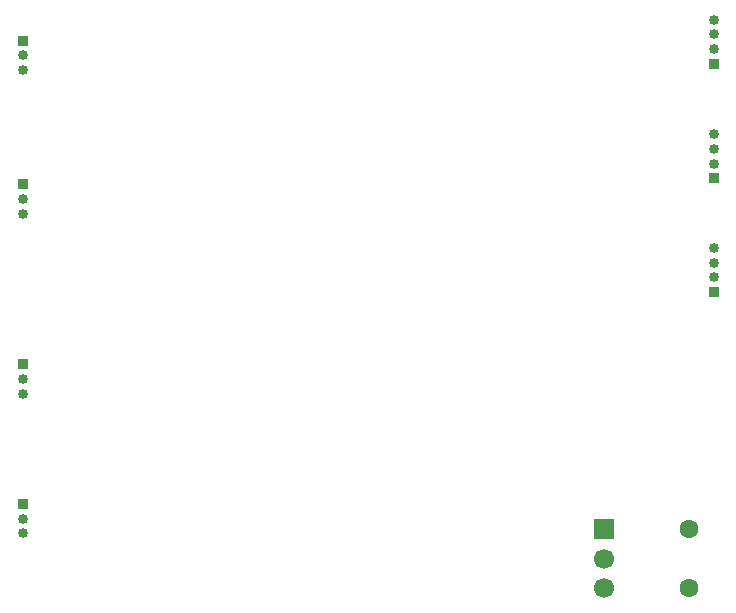
<source format=gbr>
%TF.GenerationSoftware,Altium Limited,Altium Designer,22.5.1 (42)*%
G04 Layer_Color=255*
%FSLAX45Y45*%
%MOMM*%
%TF.SameCoordinates,176CDB2E-7B72-45DB-8ACB-ACD3A9543041*%
%TF.FilePolarity,Positive*%
%TF.FileFunction,Pads,Bot*%
%TF.Part,Single*%
G01*
G75*
%TA.AperFunction,ComponentPad*%
%ADD21R,0.85000X0.85000*%
%ADD22C,0.85000*%
%ADD23R,1.70000X1.70000*%
%ADD24C,1.70000*%
%ADD25C,1.60000*%
D21*
X6426200Y4957000D02*
D03*
X571500Y5154200D02*
D03*
Y3935509D02*
D03*
Y2411509D02*
D03*
Y1231900D02*
D03*
X6426200Y3987800D02*
D03*
Y3024600D02*
D03*
D22*
X571500Y4904200D02*
D03*
Y5029200D02*
D03*
Y3810509D02*
D03*
Y3685509D02*
D03*
Y2161509D02*
D03*
Y2286509D02*
D03*
Y1106900D02*
D03*
Y981900D02*
D03*
X6426200Y5332000D02*
D03*
Y5207000D02*
D03*
Y5082000D02*
D03*
Y4112800D02*
D03*
Y4237800D02*
D03*
Y4362800D02*
D03*
Y3399600D02*
D03*
Y3274600D02*
D03*
Y3149600D02*
D03*
D23*
X5492300Y1016000D02*
D03*
D24*
Y766000D02*
D03*
Y516000D02*
D03*
D25*
X6210300Y1016000D02*
D03*
Y516001D02*
D03*
%TF.MD5,de193b0cb20da40481a005a83b038c62*%
M02*

</source>
